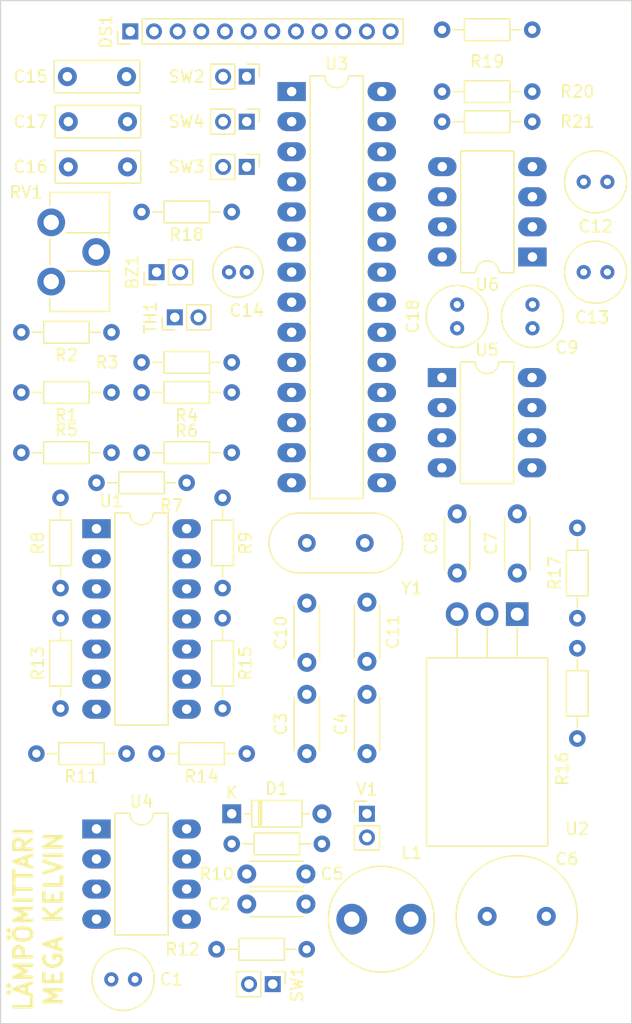
<source format=kicad_pcb>
(kicad_pcb (version 20211014) (generator pcbnew)
  (layers (0 "F.Cu" signal) (31 "B.Cu" signal) (34 "B.Paste" user) (35 "F.Paste" user) (36 "B.SilkS" user "B.Silkscreen") (37 "F.SilkS" user "F.Silkscreen") (38 "B.Mask" user) (39 "F.Mask" user) (44 "Edge.Cuts" user))
  (net 0 "")
  (net 1 "Net-(BZ1-Pad1)")
  (net 2 "GND")
  (net 3 "V_KÄYTTÖ")
  (net 4 "Net-(C2-Pad1)")
  (net 5 "Net-(C3-Pad1)")
  (net 6 "VAHVISTIN_LÄHTÖ")
  (net 7 "Net-(C4-Pad1)")
  (net 8 "Net-(C5-Pad1)")
  (net 9 "Net-(C5-Pad2)")
  (net 10 "VCC")
  (net 11 "Net-(C7-Pad1)")
  (net 12 "Net-(C8-Pad1)")
  (net 13 "XTAL_2")
  (net 14 "XTAL_1")
  (net 15 "Net-(C13-Pad2)")
  (net 16 "Net-(C14-Pad1)")
  (net 17 "SW_3")
  (net 18 "SW_2")
  (net 19 "SW_1")
  (net 20 "Net-(DS1-Pad3)")
  (net 21 "LCD_RS")
  (net 22 "LCD_CL")
  (net 23 "Net-(DS1-Pad12)")
  (net 27 "LCD_D4")
  (net 28 "LCD_D5")
  (net 29 "Net-(R1-Pad1)")
  (net 30 "Net-(R2-Pad1)")
  (net 31 "Net-(R3-Pad2)")
  (net 32 "Net-(R5-Pad1)")
  (net 33 "Net-(R5-Pad2)")
  (net 34 "Net-(R6-Pad1)")
  (net 35 "Net-(R6-Pad2)")
  (net 36 "Net-(R13-Pad1)")
  (net 37 "Net-(R11-Pad2)")
  (net 38 "Net-(R10-Pad2)")
  (net 39 "Net-(R13-Pad2)")
  (net 40 "BUZZER")
  (net 42 "SPI_SS")
  (net 43 "SPI_MOSI")
  (net 44 "SPI_MISO")
  (net 45 "SPI_SCK")
  (net 47 "LCD_AN")
  (net 50 "LCD_D6")
  (net 51 "LCD_D7")
  (net 52 "I2C_SDA")
  (net 53 "I2C_SCL")
  (footprint "Connector_PinHeader_2.00mm:PinHeader_1x02_P2.00mm_Vertical" (layer "F.Cu") (at 135.56 114.7 -90)
    (fp_text reference "SW1" (at 0 -2.06 90) (layer "F.SilkS"))
    (fp_text value "SW_SPST" hide)
    (pad "1" thru_hole rect (at 0 0 270) (size 1.35 1.35) (drill 0.8) (layers *.Cu *.Mask) (net 2 "GND"))
    (pad "2" thru_hole oval (at 0 2 270) (size 1.35 1.35) (drill 0.8) (layers *.Cu *.Mask) (net 38 "Net-(R10-Pad2)"))
  )
  (footprint "Capacitor_THT:C_Disc_D4.3mm_W1.9mm_P5.00mm" (layer "F.Cu") (at 151.145 80 90)
    (fp_text reference "C8" (at 2.5 -2.2 90) (layer "F.SilkS"))
    (fp_text value "10n" hide)
    (pad "1" thru_hole circle (at 0 0 90) (size 1.6 1.6) (drill 0.8) (layers *.Cu *.Mask) (net 12 "Net-(C8-Pad1)"))
    (pad "2" thru_hole circle (at 5 0 90) (size 1.6 1.6) (drill 0.8) (layers *.Cu *.Mask) (net 2 "GND"))
  )
  (footprint "Resistor_THT:R_Axial_DIN0204_L3.6mm_D1.6mm_P7.62mm_Horizontal" (layer "F.Cu") (at 161.305 93.97 90)
    (fp_text reference "R16" (at -2.55 -1.285 90) (layer "F.SilkS"))
    (fp_text value "5M" hide)
    (pad "1" thru_hole circle (at 0 0 90) (size 1.4 1.4) (drill 0.7) (layers *.Cu *.Mask) (net 3 "V_KÄYTTÖ"))
    (pad "2" thru_hole oval (at 7.62 0 90) (size 1.4 1.4) (drill 0.7) (layers *.Cu *.Mask) (net 11 "Net-(C7-Pad1)"))
  )
  (footprint "Package_TO_SOT_THT:TO-220-3_Horizontal_TabDown" (layer "F.Cu") (at 156.225 83.47 180)
    (fp_text reference "U2" (at -5.08 -18.13) (layer "F.SilkS"))
    (fp_text value "uA7805" hide)
    (pad "" np_thru_hole oval (at 2.54 -16.66 180) (size 3.5 3.5) (drill 3.5) (layers *.Cu *.Mask))
    (pad "1" thru_hole rect (at 0 0 180) (size 1.905 2) (drill 1.1) (layers *.Cu *.Mask) (net 11 "Net-(C7-Pad1)"))
    (pad "2" thru_hole oval (at 2.54 0 180) (size 1.905 2) (drill 1.1) (layers *.Cu *.Mask) (net 2 "GND"))
    (pad "3" thru_hole oval (at 5.08 0 180) (size 1.905 2) (drill 1.1) (layers *.Cu *.Mask) (net 12 "Net-(C8-Pad1)"))
  )
  (footprint "Resistor_THT:R_Axial_DIN0204_L3.6mm_D1.6mm_P7.62mm_Horizontal" (layer "F.Cu") (at 157.495 39.36 180)
    (fp_text reference "R20" (at -3.81 0) (layer "F.SilkS"))
    (fp_text value "4.7K" hide)
    (pad "1" thru_hole circle (at 0 0 180) (size 1.4 1.4) (drill 0.7) (layers *.Cu *.Mask) (net 10 "VCC"))
    (pad "2" thru_hole oval (at 7.62 0 180) (size 1.4 1.4) (drill 0.7) (layers *.Cu *.Mask) (net 53 "I2C_SCL"))
  )
  (footprint "Capacitor_THT:C_Rect_L7.0mm_W2.5mm_P5.00mm" (layer "F.Cu") (at 118.285 45.72)
    (fp_text reference "C16" (at -3.185 0) (layer "F.SilkS"))
    (fp_text value "22n" hide)
    (pad "1" thru_hole circle (at 0 0) (size 1.6 1.6) (drill 0.8) (layers *.Cu *.Mask) (net 2 "GND"))
    (pad "2" thru_hole circle (at 5 0) (size 1.6 1.6) (drill 0.8) (layers *.Cu *.Mask) (net 18 "SW_2"))
  )
  (footprint "Resistor_THT:R_Axial_DIN0204_L3.6mm_D1.6mm_P7.62mm_Horizontal" (layer "F.Cu") (at 157.495 41.9 180)
    (fp_text reference "R21" (at -3.81 0) (layer "F.SilkS"))
    (fp_text value "4.7K" hide)
    (pad "1" thru_hole circle (at 0 0 180) (size 1.4 1.4) (drill 0.7) (layers *.Cu *.Mask) (net 52 "I2C_SDA"))
    (pad "2" thru_hole oval (at 7.62 0 180) (size 1.4 1.4) (drill 0.7) (layers *.Cu *.Mask) (net 10 "VCC"))
  )
  (footprint "Resistor_THT:R_Axial_DIN0204_L3.6mm_D1.6mm_P7.62mm_Horizontal" (layer "F.Cu") (at 133.365 95.24 180)
    (fp_text reference "R14" (at 3.81 -1.92) (layer "F.SilkS"))
    (fp_text value "1M" hide)
    (pad "1" thru_hole circle (at 0 0 180) (size 1.4 1.4) (drill 0.7) (layers *.Cu *.Mask) (net 39 "Net-(R13-Pad2)"))
    (pad "2" thru_hole oval (at 7.62 0 180) (size 1.4 1.4) (drill 0.7) (layers *.Cu *.Mask) (net 5 "Net-(C3-Pad1)"))
  )
  (footprint "Resistor_THT:R_Axial_DIN0204_L3.6mm_D1.6mm_P7.62mm_Horizontal" (layer "F.Cu") (at 124.475 62.22)
    (fp_text reference "R3" (at -2.91 0) (layer "F.SilkS"))
    (fp_text value "1.2k" hide)
    (pad "1" thru_hole circle (at 0 0) (size 1.4 1.4) (drill 0.7) (layers *.Cu *.Mask) (net 2 "GND"))
    (pad "2" thru_hole oval (at 7.62 0) (size 1.4 1.4) (drill 0.7) (layers *.Cu *.Mask) (net 31 "Net-(R3-Pad2)"))
  )
  (footprint "Capacitor_THT:C_Disc_D4.3mm_W1.9mm_P5.00mm" (layer "F.Cu") (at 156.225 80 90)
    (fp_text reference "C7" (at 2.5 -2.2 90) (layer "F.SilkS"))
    (fp_text value "10n" hide)
    (pad "1" thru_hole circle (at 0 0 90) (size 1.6 1.6) (drill 0.8) (layers *.Cu *.Mask) (net 11 "Net-(C7-Pad1)"))
    (pad "2" thru_hole circle (at 5 0 90) (size 1.6 1.6) (drill 0.8) (layers *.Cu *.Mask) (net 2 "GND"))
  )
  (footprint "Resistor_THT:R_Axial_DIN0204_L3.6mm_D1.6mm_P7.62mm_Horizontal" (layer "F.Cu") (at 157.495 34.14 180)
    (fp_text reference "R19" (at 3.81 -2.68) (layer "F.SilkS"))
    (fp_text value "220" hide)
    (pad "1" thru_hole circle (at 0 0 180) (size 1.4 1.4) (drill 0.7) (layers *.Cu *.Mask) (net 2 "GND"))
    (pad "2" thru_hole oval (at 7.62 0 180) (size 1.4 1.4) (drill 0.7) (layers *.Cu *.Mask) (net 23 "Net-(DS1-Pad12)"))
  )
  (footprint "Capacitor_THT:C_Disc_D4.3mm_W1.9mm_P5.00mm" (layer "F.Cu") (at 138.445 87.54 90)
    (fp_text reference "C10" (at 2.5 -2.2 90) (layer "F.SilkS"))
    (fp_text value "22pF" hide)
    (pad "1" thru_hole circle (at 0 0 90) (size 1.6 1.6) (drill 0.8) (layers *.Cu *.Mask) (net 2 "GND"))
    (pad "2" thru_hole circle (at 5 0 90) (size 1.6 1.6) (drill 0.8) (layers *.Cu *.Mask) (net 13 "XTAL_2"))
  )
  (footprint "Capacitor_THT:C_Radial_D5.0mm_H7.0mm_P2.00mm" (layer "F.Cu") (at 121.92 114.3)
    (fp_text reference "C1" (at 5.08 0) (layer "F.SilkS"))
    (fp_text value "47u" hide)
    (pad "1" thru_hole circle (at 0 0) (size 1.2 1.2) (drill 0.6) (layers *.Cu *.Mask) (net 2 "GND"))
    (pad "2" thru_hole circle (at 2 0) (size 1.2 1.2) (drill 0.6) (layers *.Cu *.Mask) (net 3 "V_KÄYTTÖ"))
  )
  (footprint "Resistor_THT:R_Axial_DIN0204_L3.6mm_D1.6mm_P7.62mm_Horizontal" (layer "F.Cu") (at 131.325 83.81 -90)
    (fp_text reference "R15" (at 3.81 -1.92 90) (layer "F.SilkS"))
    (fp_text value "1M" hide)
    (pad "1" thru_hole circle (at 0 0 270) (size 1.4 1.4) (drill 0.7) (layers *.Cu *.Mask) (net 5 "Net-(C3-Pad1)"))
    (pad "2" thru_hole oval (at 7.62 0 270) (size 1.4 1.4) (drill 0.7) (layers *.Cu *.Mask) (net 7 "Net-(C4-Pad1)"))
  )
  (footprint "Resistor_THT:R_Axial_DIN0204_L3.6mm_D1.6mm_P7.62mm_Horizontal" (layer "F.Cu") (at 114.315 69.84)
    (fp_text reference "R5" (at 3.81 -1.92) (layer "F.SilkS"))
    (fp_text value "5.6k" hide)
    (pad "1" thru_hole circle (at 0 0) (size 1.4 1.4) (drill 0.7) (layers *.Cu *.Mask) (net 32 "Net-(R5-Pad1)"))
    (pad "2" thru_hole oval (at 7.62 0) (size 1.4 1.4) (drill 0.7) (layers *.Cu *.Mask) (net 33 "Net-(R5-Pad2)"))
  )
  (footprint "Connector_PinHeader_2.00mm:PinHeader_1x02_P2.00mm_Vertical" (layer "F.Cu") (at 133.365 41.9 -90)
    (fp_text reference "SW4" (at 0 5.08 180) (layer "F.SilkS"))
    (fp_text value "SW_Push" hide)
    (pad "1" thru_hole rect (at 0 0 270) (size 1.35 1.35) (drill 0.8) (layers *.Cu *.Mask) (net 19 "SW_1"))
    (pad "2" thru_hole oval (at 0 2 270) (size 1.35 1.35) (drill 0.8) (layers *.Cu *.Mask) (net 2 "GND"))
  )
  (footprint "Resistor_THT:R_Axial_DIN0204_L3.6mm_D1.6mm_P7.62mm_Horizontal" (layer "F.Cu") (at 131.325 73.65 -90)
    (fp_text reference "R9" (at 3.81 -1.92 90) (layer "F.SilkS"))
    (fp_text value "8.2k" hide)
    (pad "1" thru_hole circle (at 0 0 270) (size 1.4 1.4) (drill 0.7) (layers *.Cu *.Mask) (net 35 "Net-(R6-Pad2)"))
    (pad "2" thru_hole oval (at 7.62 0 270) (size 1.4 1.4) (drill 0.7) (layers *.Cu *.Mask) (net 37 "Net-(R11-Pad2)"))
  )
  (footprint "Connector_PinHeader_2.00mm:PinHeader_1x02_P2.00mm_Vertical" (layer "F.Cu") (at 133.365 38.1 -90)
    (fp_text reference "SW2" (at 0 5.08 180) (layer "F.SilkS"))
    (fp_text value "SW_Push" hide)
    (pad "1" thru_hole rect (at 0 0 270) (size 1.35 1.35) (drill 0.8) (layers *.Cu *.Mask) (net 17 "SW_3"))
    (pad "2" thru_hole oval (at 0 2 270) (size 1.35 1.35) (drill 0.8) (layers *.Cu *.Mask) (net 2 "GND"))
  )
  (footprint "Connector_PinHeader_2.00mm:PinHeader_1x02_P2.00mm_Vertical" (layer "F.Cu") (at 125.745 54.6 90)
    (fp_text reference "BZ1" (at 0 -2.06 90) (layer "F.SilkS"))
    (fp_text value "Buzzer" hide)
    (pad "1" thru_hole rect (at 0 0 90) (size 1.35 1.35) (drill 0.8) (layers *.Cu *.Mask) (net 1 "Net-(BZ1-Pad1)"))
    (pad "2" thru_hole oval (at 0 2 90) (size 1.35 1.35) (drill 0.8) (layers *.Cu *.Mask) (net 2 "GND"))
  )
  (footprint "Package_DIP:DIP-8_W7.62mm_LongPads" (layer "F.Cu") (at 120.665 101.6)
    (fp_text reference "U4" (at 3.81 -2.33) (layer "F.SilkS"))
    (fp_text value "MAX5033B" hide)
    (pad "1" thru_hole rect (at 0 0) (size 2.4 1.6) (drill 0.8) (layers *.Cu *.Mask) (net 9 "Net-(C5-Pad2)"))
    (pad "2" thru_hole oval (at 0 2.54) (size 2.4 1.6) (drill 0.8) (layers *.Cu *.Mask) (net 4 "Net-(C2-Pad1)"))
    (pad "3" thru_hole oval (at 0 5.08) (size 2.4 1.6) (drill 0.8) (layers *.Cu *.Mask) (net 2 "GND"))
    (pad "4" thru_hole oval (at 0 7.62) (size 2.4 1.6) (drill 0.8) (layers *.Cu *.Mask) (net 10 "VCC"))
    (pad "5" thru_hole oval (at 7.62 7.62) (size 2.4 1.6) (drill 0.8) (layers *.Cu *.Mask) (net 38 "Net-(R10-Pad2)"))
    (pad "6" thru_hole oval (at 7.62 5.08) (size 2.4 1.6) (drill 0.8) (layers *.Cu *.Mask) (net 2 "GND"))
    (pad "7" thru_hole oval (at 7.62 2.54) (size 2.4 1.6) (drill 0.8) (layers *.Cu *.Mask) (net 3 "V_KÄYTTÖ"))
    (pad "8" thru_hole oval (at 7.62 0) (size 2.4 1.6) (drill 0.8) (layers *.Cu *.Mask) (net 8 "Net-(C5-Pad1)"))
  )
  (footprint "Package_DIP:DIP-8_W7.62mm_LongPads" (layer "F.Cu") (at 157.51 53.32 180)
    (fp_text reference "U6" (at 3.81 -2.33) (layer "F.SilkS"))
    (fp_text value "47C16" hide)
    (pad "1" thru_hole rect (at 0 0 180) (size 2.4 1.6) (drill 0.8) (layers *.Cu *.Mask) (net 15 "Net-(C13-Pad2)"))
    (pad "2" thru_hole oval (at 0 2.54 180) (size 2.4 1.6) (drill 0.8) (layers *.Cu *.Mask))
    (pad "3" thru_hole oval (at 0 5.08 180) (size 2.4 1.6) (drill 0.8) (layers *.Cu *.Mask))
    (pad "4" thru_hole oval (at 0 7.62 180) (size 2.4 1.6) (drill 0.8) (layers *.Cu *.Mask) (net 2 "GND"))
    (pad "5" thru_hole oval (at 7.62 7.62 180) (size 2.4 1.6) (drill 0.8) (layers *.Cu *.Mask) (net 52 "I2C_SDA"))
    (pad "6" thru_hole oval (at 7.62 5.08 180) (size 2.4 1.6) (drill 0.8) (layers *.Cu *.Mask) (net 53 "I2C_SCL"))
    (pad "7" thru_hole oval (at 7.62 2.54 180) (size 2.4 1.6) (drill 0.8) (layers *.Cu *.Mask))
    (pad "8" thru_hole oval (at 7.62 0 180) (size 2.4 1.6) (drill 0.8) (layers *.Cu *.Mask) (net 10 "VCC"))
  )
  (footprint "Capacitor_THT:C_Disc_D4.3mm_W1.9mm_P5.00mm" (layer "F.Cu") (at 133.365 105.4)
    (fp_text reference "C5" (at 7.22 0) (layer "F.SilkS"))
    (fp_text value "100n" hide)
    (pad "1" thru_hole circle (at 0 0) (size 1.6 1.6) (drill 0.8) (layers *.Cu *.Mask) (net 8 "Net-(C5-Pad1)"))
    (pad "2" thru_hole circle (at 5 0) (size 1.6 1.6) (drill 0.8) (layers *.Cu *.Mask) (net 9 "Net-(C5-Pad2)"))
  )
  (footprint "Connector_PinHeader_2.00mm:PinHeader_1x02_P2.00mm_Vertical" (layer "F.Cu") (at 143.525 100.32)
    (fp_text reference "V1" (at 0 -2.06) (layer "F.SilkS"))
    (fp_text value "12V" hide)
    (pad "1" thru_hole rect (at 0 0) (size 1.35 1.35) (drill 0.8) (layers *.Cu *.Mask) (net 3 "V_KÄYTTÖ"))
    (pad "2" thru_hole oval (at 0 2) (size 1.35 1.35) (drill 0.8) (layers *.Cu *.Mask) (net 2 "GND"))
  )
  (footprint "Capacitor_THT:C_Radial_D10.0mm_H16.0mm_P5.00mm" (layer "F.Cu") (at 153.685 108.98)
    (fp_text reference "C6" (at 6.735 -4.84) (layer "F.SilkS"))
    (fp_text value "1m" hide)
    (pad "1" thru_hole circle (at 0 0) (size 1.6 1.6) (drill 0.8) (layers *.Cu *.Mask) (net 10 "VCC"))
    (pad "2" thru_hole circle (at 5 0) (size 1.6 1.6) (drill 0.8) (layers *.Cu *.Mask) (net 2 "GND"))
  )
  (footprint "Resistor_THT:R_Axial_DIN0204_L3.6mm_D1.6mm_P7.62mm_Horizontal" (layer "F.Cu") (at 128.285 72.38 180)
    (fp_text reference "R7" (at 1.285 -1.92) (layer "F.SilkS"))
    (fp_text value "680" hide)
    (pad "1" thru_hole circle (at 0 0 180) (size 1.4 1.4) (drill 0.7) (layers *.Cu *.Mask) (net 35 "Net-(R6-Pad2)"))
    (pad "2" thru_hole oval (at 7.62 0 180) (size 1.4 1.4) (drill 0.7) (layers *.Cu *.Mask) (net 33 "Net-(R5-Pad2)"))
  )
  (footprint "Resistor_THT:R_Axial_DIN0204_L3.6mm_D1.6mm_P7.62mm_Horizontal" (layer "F.Cu") (at 121.935 59.68 180)
    (fp_text reference "R2" (at 3.81 -1.92) (layer "F.SilkS"))
    (fp_text value "3.3k" hide)
    (pad "1" thru_hole circle (at 0 0 180) (size 1.4 1.4) (drill 0.7) (layers *.Cu *.Mask) (net 30 "Net-(R2-Pad1)"))
    (pad "2" thru_hole oval (at 7.62 0 180) (size 1.4 1.4) (drill 0.7) (layers *.Cu *.Mask) (net 10 "VCC"))
  )
  (footprint "Inductor_THT:L_Radial_D8.7mm_P5.00mm_Fastron_07HCP" (layer "F.Cu") (at 142.24 109.22)
    (fp_text reference "L1" (at 5.08 -5.6) (layer "F.SilkS"))
    (fp_text value "220u" hide)
    (pad "1" thru_hole circle (at 0 0) (size 2.6 2.6) (drill 1.3) (layers *.Cu *.Mask) (net 8 "Net-(C5-Pad1)"))
    (pad "2" thru_hole circle (at 5 0) (size 2.6 2.6) (drill 1.3) (layers *.Cu *.Mask) (net 10 "VCC"))
  )
  (footprint "Capacitor_THT:C_Disc_D4.3mm_W1.9mm_P5.00mm" (layer "F.Cu") (at 143.525 82.46 -90)
    (fp_text reference "C11" (at 2.5 -2.2 90) (layer "F.SilkS"))
    (fp_text value "22pF" hide)
    (pad "1" thru_hole circle (at 0 0 270) (size 1.6 1.6) (drill 0.8) (layers *.Cu *.Mask) (net 14 "XTAL_1"))
    (pad "2" thru_hole circle (at 5 0 270) (size 1.6 1.6) (drill 0.8) (layers *.Cu *.Mask) (net 2 "GND"))
  )
  (footprint "Capacitor_THT:C_Radial_D5.0mm_H7.0mm_P2.00mm" (layer "F.Cu") (at 163.845 46.98 180)
    (fp_text reference "C12" (at 1 -3.75) (layer "F.SilkS"))
    (fp_text value "22u" hide)
    (pad "1" thru_hole circle (at 0 0 180) (size 1.2 1.2) (drill 0.6) (layers *.Cu *.Mask) (net 10 "VCC"))
    (pad "2" thru_hole circle (at 2 0 180) (size 1.2 1.2) (drill 0.6) (layers *.Cu *.Mask) (net 2 "GND"))
  )
  (footprint "Resistor_THT:R_Axial_DIN0204_L3.6mm_D1.6mm_P7.62mm_Horizontal" (layer "F.Cu") (at 130.81 111.76)
    (fp_text reference "R12" (at -2.87 0) (layer "F.SilkS"))
    (fp_text value "1k" hide)
    (pad "1" thru_hole circle (at 0 0) (size 1.4 1.4) (drill 0.7) (layers *.Cu *.Mask) (net 38 "Net-(R10-Pad2)"))
    (pad "2" thru_hole oval (at 7.62 0) (size 1.4 1.4) (drill 0.7) (layers *.Cu *.Mask) (net 2 "GND"))
  )
  (footprint "Resistor_THT:R_Axial_DIN0204_L3.6mm_D1.6mm_P7.62mm_Horizontal" (layer "F.Cu") (at 132.095 102.86)
    (fp_text reference "R10" (at -1.27 2.54) (layer "F.SilkS"))
    (fp_text value "1k" hide)
    (pad "1" thru_hole circle (at 0 0) (size 1.4 1.4) (drill 0.7) (layers *.Cu *.Mask) (net 3 "V_KÄYTTÖ"))
    (pad "2" thru_hole oval (at 7.62 0) (size 1.4 1.4) (drill 0.7) (layers *.Cu *.Mask) (net 38 "Net-(R10-Pad2)"))
  )
  (footprint "Connector_PinHeader_2.00mm:PinHeader_1x02_P2.00mm_Vertical" (layer "F.Cu") (at 133.365 45.72 -90)
    (fp_text reference "SW3" (at 0 5.08 180) (layer "F.SilkS"))
    (fp_text value "SW_Push" hide)
    (pad "1" thru_hole rect (at 0 0 270) (size 1.35 1.35) (drill 0.8) (layers *.Cu *.Mask) (net 18 "SW_2"))
    (pad "2" thru_hole oval (at 0 2 270) (size 1.35 1.35) (drill 0.8) (layers *.Cu *.Mask) (net 2 "GND"))
  )
  (footprint "Capacitor_THT:C_Radial_D5.0mm_H7.0mm_P2.00mm" (layer "F.Cu") (at 151.145 57.34 -90)
    (fp_text reference "C18" (at 1 3.74 90) (layer "F.SilkS"))
    (fp_text value "22u" hide)
    (pad "1" thru_hole circle (at 0 0 270) (size 1.2 1.2) (drill 0.6) (layers *.Cu *.Mask) (net 2 "GND"))
    (pad "2" thru_hole circle (at 2 0 270) (size 1.2 1.2) (drill 0.6) (layers *.Cu *.Mask) (net 10 "VCC"))
  )
  (footprint "Resistor_THT:R_Axial_DIN0204_L3.6mm_D1.6mm_P7.62mm_Horizontal" (layer "F.Cu") (at 124.475 64.76)
    (fp_text reference "R4" (at 3.81 1.94) (layer "F.SilkS"))
    (fp_text value "150k" hide)
    (pad "1" thru_hole circle (at 0 0) (size 1.4 1.4) (drill 0.7) (layers *.Cu *.Mask) (net 29 "Net-(R1-Pad1)"))
    (pad "2" thru_hole oval (at 7.62 0) (size 1.4 1.4) (drill 0.7) (layers *.Cu *.Mask) (net 2 "GND"))
  )
  (footprint "Crystal:Crystal_HC18-U_Vertical" (layer "F.Cu") (at 138.445 77.46)
    (fp_text reference "Y1" (at 8.875 3.82) (layer "F.SilkS"))
    (fp_text value "16MHz" hide)
    (pad "1" thru_hole circle (at 0 0) (size 1.5 1.5) (drill 0.8) (layers *.Cu *.Mask) (net 13 "XTAL_2"))
    (pad "2" thru_hole circle (at 4.9 0) (size 1.5 1.5) (drill 0.8) (layers *.Cu *.Mask) (net 14 "XTAL_1"))
  )
  (footprint "Connector_PinHeader_2.00mm:PinHeader_1x02_P2.00mm_Vertical" (layer "F.Cu") (at 127.285 58.42 90)
    (fp_text reference "TH1" (at 0 -2.06 90) (layer "F.SilkS"))
    (fp_text value "PT100" hide)
    (pad "1" thru_hole rect (at 0 0 90) (size 1.35 1.35) (drill 0.8) (layers *.Cu *.Mask) (net 30 "Net-(R2-Pad1)"))
    (pad "2" thru_hole oval (at 0 2 90) (size 1.35 1.35) (drill 0.8) (layers *.Cu *.Mask) (net 31 "Net-(R3-Pad2)"))
  )
  (footprint "Resistor_THT:R_Axial_DIN0204_L3.6mm_D1.6mm_P7.62mm_Horizontal" (layer "F.Cu") (at 132.095 69.84 180)
    (fp_text reference "R6" (at 3.81 1.84) (layer "F.SilkS"))
    (fp_text value "5.6k" hide)
    (pad "1" thru_hole circle (at 0 0 180) (size 1.4 1.4) (drill 0.7) (layers *.Cu *.Mask) (net 34 "Net-(R6-Pad1)"))
    (pad "2" thru_hole oval (at 7.62 0 180) (size 1.4 1.4) (drill 0.7) (layers *.Cu *.Mask) (net 35 "Net-(R6-Pad2)"))
  )
  (footprint "Resistor_THT:R_Axial_DIN0204_L3.6mm_D1.6mm_P7.62mm_Horizontal" (layer "F.Cu") (at 123.205 95.24 180)
    (fp_text reference "R11" (at 3.81 -1.92) (layer "F.SilkS"))
    (fp_text value "33k" hide)
    (pad "1" thru_hole circle (at 0 0 180) (size 1.4 1.4) (drill 0.7) (layers *.Cu *.Mask) (net 2 "GND"))
    (pad "2" thru_hole oval (at 7.62 0 180) (size 1.4 1.4) (drill 0.7) (layers *.Cu *.Mask) (net 37 "Net-(R11-Pad2)"))
  )
  (footprint "Resistor_THT:R_Axial_DIN0204_L3.6mm_D1.6mm_P7.62mm_Horizontal" (layer "F.Cu") (at 117.625 81.27 90)
    (fp_text reference "R8" (at 3.81 -1.92 90) (layer "F.SilkS"))
    (fp_text value "8.2k" hide)
    (pad "1" thru_hole circle (at 0 0 90) (size 1.4 1.4) (drill 0.7) (layers *.Cu *.Mask) (net 36 "Net-(R13-Pad1)"))
    (pad "2" thru_hole oval (at 7.62 0 90) (size 1.4 1.4) (drill 0.7) (layers *.Cu *.Mask) (net 33 "Net-(R5-Pad2)"))
  )
  (footprint "Capacitor_THT:C_Radial_D5.0mm_H7.0mm_P2.00mm" (layer "F.Cu") (at 157.515 57.34 -90)
    (fp_text reference "C9" (at 3.62 -2.905) (layer "F.SilkS"))
    (fp_text value "22u" hide)
    (pad "1" thru_hole circle (at 0 0 270) (size 1.2 1.2) (drill 0.6) (layers *.Cu *.Mask) (net 10 "VCC"))
    (pad "2" thru_hole circle (at 2 0 270) (size 1.2 1.2) (drill 0.6) (layers *.Cu *.Mask) (net 2 "GND"))
  )
  (footprint "Package_DIP:DIP-8_W7.62mm_LongPads" (layer "F.Cu") (at 149.86 63.5)
    (fp_text reference "U5" (at 3.81 -2.33) (layer "F.SilkS"))
    (fp_text value "MCP3202" hide)
    (pad "1" thru_hole rect (at 0 0) (size 2.4 1.6) (drill 0.8) (layers *.Cu *.Mask) (net 42 "SPI_SS"))
    (pad "2" thru_hole oval (at 0 2.54) (size 2.4 1.6) (drill 0.8) (layers *.Cu *.Mask) (net 6 "VAHVISTIN_LÄHTÖ"))
    (pad "3" thru_hole oval (at 0 5.08) (size 2.4 1.6) (drill 0.8) (layers *.Cu *.Mask) (net 12 "Net-(C8-Pad1)"))
    (pad "4" thru_hole oval (at 0 7.62) (size 2.4 1.6) (drill 0.8) (layers *.Cu *.Mask) (net 2 "GND"))
    (pad "5" thru_hole oval (at 7.62 7.62) (size 2.4 1.6) (drill 0.8) (layers *.Cu *.Mask) (net 43 "SPI_MOSI"))
    (pad "6" thru_hole oval (at 7.62 5.08) (size 2.4 1.6) (drill 0.8) (layers *.Cu *.Mask) (net 44 "SPI_MISO"))
    (pad "7" thru_hole oval (at 7.62 2.54) (size 2.4 1.6) (drill 0.8) (layers *.Cu *.Mask) (net 45 "SPI_SCK"))
    (pad "8" thru_hole oval (at 7.62 0) (size 2.4 1.6) (drill 0.8) (layers *.Cu *.Mask) (net 10 "VCC"))
  )
  (footprint "Resistor_THT:R_Axial_DIN0204_L3.6mm_D1.6mm_P7.62mm_Horizontal" (layer "F.Cu") (at 121.935 64.76 180)
    (fp_text reference "R1" (at 3.81 -1.92) (layer "F.SilkS"))
    (fp_text value "390k" hide)
    (pad "1" thru_hole circle (at 0 0 180) (size 1.4 1.4) (drill 0.7) (layers *.Cu *.Mask) (net 29 "Net-(R1-Pad1)"))
    (pad "2" thru_hole oval (at 7.62 0 180) (size 1.4 1.4) (drill 0.7) (layers *.Cu *.Mask) (net 10 "VCC"))
  )
  (footprint "Package_DIP:DIP-28_W7.62mm_LongPads" (layer "F.Cu") (at 137.16 39.36)
    (fp_text reference "U3" (at 3.81 -2.33) (layer "F.SilkS"))
    (fp_text value "ATmega328P" hide)
    (pad "1" thru_hole rect (at 0 0) (size 2.4 1.6) (drill 0.8) (layers *.Cu *.Mask) (net 17 "SW_3"))
    (pad "2" thru_hole oval (at 0 2.54) (size 2.4 1.6) (drill 0.8) (layers *.Cu *.Mask) (net 19 "SW_1"))
    (pad "3" thru_hole oval (at 0 5.08) (size 2.4 1.6) (drill 0.8) (layers *.Cu *.Mask) (net 18 "SW_2"))
    (pad "4" thru_hole oval (at 0 7.62) (size 2.4 1.6) (drill 0.8) (layers *.Cu *.Mask))
    (pad "5" thru_hole oval (at 0 10.16) (size 2.4 1.6) (drill 0.8) (layers *.Cu *.Mask) (net 40 "BUZZER"))
    (pad "6" thru_hole oval (at 0 12.7) (size 2.4 1.6) (drill 0.8) (layers *.Cu *.Mask) (net 47 "LCD_AN"))
    (pad "7" thru_hole oval (at 0 15.24) (size 2.4 1.6) (drill 0.8) (layers *.Cu *.Mask) (net 10 "VCC"))
    (pad "8" thru_hole oval (at 0 17.78) (size 2.4 1.6) (drill 0.8) (layers *.Cu *.Mask) (net 2 "GND"))
    (pad "9" thru_hole oval (at 0 20.32) (size 2.4 1.6) (drill 0.8) (layers *.Cu *.Mask) (net 14 "XTAL_1"))
    (pad "10" thru_hole oval (at 0 22.86) (size 2.4 1.6) (drill 0.8) (layers *.Cu *.Mask) (net 13 "XTAL_2"))
    (pad "11" thru_hole oval (at 0 25.4) (size 2.4 1.6) (drill 0.8) (layers *.Cu *.Mask))
    (pad "12" thru_hole oval (at 0 27.94) (size 2.4 1.6) (drill 0.8) (layers *.Cu *.Mask))
    (pad "13" thru_hole oval (at 0 30.48) (size 2.4 1.6) (drill 0.8) (layers *.Cu *.Mask) (net 21 "LCD_RS"))
    (pad "14" thru_hole oval (at 0 33.02) (size 2.4 1.6) (drill 0.8) (layers *.Cu *.Mask) (net 22 "LCD_CL"))
    (pad "15" thru_hole oval (at 7.62 33.02) (size 2.4 1.6) (drill 0.8) (layers *.Cu *.Mask))
    (pad "16" thru_hole oval (at 7.62 30.48) (size 2.4 1.6) (drill 0.8) (layers *.Cu *.Mask) (net 42 "SPI_SS"))
    (pad "17" thru_hole oval (at 7.62 27.94) (size 2.4 1.6) (drill 0.8) (layers *.Cu *.Mask) (net 43 "SPI_MOSI"))
    (pad "18" thru_hole oval (at 7.62 25.4) (size 2.4 1.6) (drill 0.8) (layers *.Cu *.Mask) (net 44 "SPI_MISO"))
    (pad "19" thru_hole oval (at 7.62 22.86) (size 2.4 1.6) (drill 0.8) (layers *.Cu *.Mask) (net 45 "SPI_SCK"))
    (pad "20" thru_hole oval (at 7.62 20.32) (size 2.4 1.6) (drill 0.8) (layers *.Cu *.Mask) (net 10 "VCC"))
    (pad "21" thru_hole oval (at 7.62 17.78) (size 2.4 1.6) (drill 0.8) (layers *.Cu *.Mask) (net 2 "GND"))
    (pad "22" thru_hole oval (at 7.62 15.24) (size 2.4 1.6) (drill 0.8) (layers *.Cu *.Mask) (net 2 "GND"))
    (pad "23" thru_hole oval (at 7.62 12.7) (size 2.4 1.6) (drill 0.8) (layers *.Cu *.Mask) (net 27 "LCD_D4"))
    (pad "24" thru_hole oval (at 7.62 10.16) (size 2.4 1.6) (drill 0.8) (layers *.Cu *.Mask) (net 28 "LCD_D5"))
    (pad "25" thru_hole oval (at 7.62 7.62) (size 2.4 1.6) (drill 0.8) (layers *.Cu *.Mask) (net 50 "LCD_D6"))
    (pad "26" thru_hole oval (at 7.62 5.08) (size 2.4 1.6) (drill 0.8) (layers *.Cu *.Mask) (net 51 "LCD_D7"))
    (pad "27" thru_hole oval (at 7.62 2.54) (size 2.4 1.6) (drill 0.8) (layers *.Cu *.Mask) (net 52 "I2C_SDA"))
    (pad "28" thru_hole oval (at 7.62 0) (size 2.4 1.6) (drill 0.8) (layers *.Cu *.Mask) (net 53 "I2C_SCL"))
  )
  (footprint "Capacitor_THT:C_Radial_D4.0mm_H5.0mm_P1.50mm" (layer "F.Cu") (at 133.365 54.6 180)
    (fp_text reference "C14" (at 0 -3.25) (layer "F.SilkS"))
    (fp_text value "1u" hide)
    (pad "1" thru_hole circle (at 0 0 180) (size 1.2 1.2) (drill 0.6) (layers *.Cu *.Mask) (net 16 "Net-(C14-Pad1)"))
    (pad "2" thru_hole circle (at 1.5 0 180) (size 1.2 1.2) (drill 0.6) (layers *.Cu *.Mask) (net 1 "Net-(BZ1-Pad1)"))
  )
  (footprint "Capacitor_THT:C_Radial_D5.0mm_H7.0mm_P2.00mm" (layer "F.Cu") (at 163.845 54.6 180)
    (fp_text reference "C13" (at 1.285 -3.82) (layer "F.SilkS"))
    (fp_text value "22u" hide)
    (pad "1" thru_hole circle (at 0 0 180) (size 1.2 1.2) (drill 0.6) (layers *.Cu *.Mask) (net 2 "GND"))
    (pad "2" thru_hole circle (at 2 0 180) (size 1.2 1.2) (drill 0.6) (layers *.Cu *.Mask) (net 15 "Net-(C13-Pad2)"))
  )
  (footprint "Capacitor_THT:C_Rect_L7.0mm_W2.5mm_P5.00mm" (layer "F.Cu") (at 118.285 41.9)
    (fp_text reference "C17" (at -3.185 0) (layer "F.SilkS"))
    (fp_text value "22n" hide)
    (pad "1" thru_hole circle (at 0 0) (size 1.6 1.6) (drill 0.8) (layers *.Cu *.Mask) (net 2 "GND"))
    (pad "2" thru_hole circle (at 5 0) (size 1.6 1.6) (drill 0.8) (layers *.Cu *.Mask) (net 19 "SW_1"))
  )
  (footprint "Potentiometer_THT:Potentiometer_ACP_CA9-H3,8_Horizontal" (layer "F.Cu") (at 116.84 50.4)
    (fp_text reference "RV1" (at -2.14 -2.54) (layer "F.SilkS"))
    (fp_text value "10k" hide)
    (pad "1" thru_hole circle (at 0 0) (size 2.34 2.34) (drill 1.3) (layers *.Cu *.Mask) (net 2 "GND"))
    (pad "2" thru_hole circle (at 3.8 2.5) (size 2.34 2.34) (drill 1.3) (layers *.Cu *.Mask) (net 20 "Net-(DS1-Pad3)"))
    (pad "3" thru_hole circle (at 0 5) (size 2.34 2.34) (drill 1.3) (layers *.Cu *.Mask) (net 10 "VCC"))
  )
  (footprint "Package_DIP:DIP-14_W7.62mm_LongPads" (layer "F.Cu") (at 120.665 76.26)
    (fp_text reference "U1" (at 1.255 -2.33) (layer "F.SilkS"))
    (fp_text value "LM324" hide)
    (pad "1" thru_hole rect (at 0 0) (size 2.4 1.6) (drill 0.8) (layers *.Cu *.Mask) (net 33 "Net-(R5-Pad2)"))
    (pad "2" thru_hole oval (at 0 2.54) (size 2.4 1.6) (drill 0.8) (layers *.Cu *.Mask) (net 32 "Net-(R5-Pad1)"))
    (pad "3" thru_hole oval (at 0 5.08) (size 2.4 1.6) (drill 0.8) (layers *.Cu *.Mask) (net 29 "Net-(R1-Pad1)"))
    (pad "4" thru_hole oval (at 0 7.62) (size 2.4 1.6) (drill 0.8) (layers *.Cu *.Mask))
    (pad "5" thru_hole oval (at 0 10.16) (size 2.4 1.6) (drill 0.8) (layers *.Cu *.Mask) (net 37 "Net-(R11-Pad2)"))
    (pad "6" thru_hole oval (at 0 12.7) (size 2.4 1.6) (drill 0.8) (layers *.Cu *.Mask) (net 36 "Net-(R13-Pad1)"))
    (pad "7" thru_hole oval (at 0 15.24) (size 2.4 1.6) (drill 0.8) (layers *.Cu *.Mask) (net 39 "Net-(R13-Pad2)"))
    (pad "8" thru_hole oval (at 7.62 15.24) (size 2.4 1.6) (drill 0.8) (layers *.Cu *.Mask) (net 6 "VAHVISTIN_LÄHTÖ"))
    (pad "9" thru_hole oval (at 7.62 12.7) (size 2.4 1.6) (drill 0.8) (layers *.Cu *.Mask) (net 6 "VAHVISTIN_LÄHTÖ"))
    (pad "10" thru_hole oval (at 7.62 10.16) (size 2.4 1.6) (drill 0.8) (layers *.Cu *.Mask) (net 7 "Net-(C4-Pad1)"))
    (pad "11" thru_hole oval (at 7.62 7.62) (size 2.4 1.6) (drill 0.8) (layers *.Cu *.Mask))
    (pad "12" thru_hole oval (at 7.62 5.08) (size 2.4 1.6) (drill 0.8) (layers *.Cu *.Mask) (net 30 "Net-(R2-Pad1)"))
    (pad "13" thru_hole oval (at 7.62 2.54) (size 2.4 1.6) (drill 0.8) (layers *.Cu *.Mask) (net 34 "Net-(R6-Pad1)"))
    (pad "14" thru_hole oval (at 7.62 0) (size 2.4 1.6) (drill 0.8) (layers *.Cu *.Mask) (net 35 "Net-(R6-Pad2)"))
  )
  (footprint "Resistor_THT:R_Axial_DIN0204_L3.6mm_D1.6mm_P7.62mm_Horizontal" (layer "F.Cu") (at 117.625 91.43 90)
    (fp_text reference "R13" (at 3.81 -1.92 90) (layer "F.SilkS"))
    (fp_text value "33k")
    (pad "1" thru_hole circle (at 0 0 90) (size 1.4 1.4) (drill 0.7) (layers *.Cu *.Mask) (net 36 "Net-(R13-Pad1)"))
    (pad "2" thru_hole oval (at 7.62 0 90) (size 1.4 1.4) (drill 0.7) (layers *.Cu *.Mask) (net 39 "Net-(R13-Pad2)"))
  )
  (footprint "Connector_PinHeader_2.00mm:PinHeader_1x12_P2.00mm_Vertical" (layer "F.Cu") (at 123.525 34.28 90)
    (fp_text reference "DS1" (at 0 -2.06 90) (layer "F.SilkS"))
    (fp_text value "MC21605H6W" hide)
    (pad "1" thru_hole rect (at 0 0 90) (size 1.35 1.35) (drill 0.8) (layers *.Cu *.Mask) (net 2 "GND"))
    (pad "2" thru_hole oval (at 0 2 90) (size 1.35 1.35) (drill 0.8) (layers *.Cu *.Mask) (net 10 "VCC"))
    (pad "3" thru_hole oval (at 0 4 90) (size 1.35 1.35) (drill 0.8) (layers *.Cu *.Mask) (net 20 "Net-(DS1-Pad3)"))
    (pad "4" thru_hole oval (at 0 6 90) (size 1.35 1.35) (drill 0.8) (layers *.Cu *.Mask) (net 21 "LCD_RS"))
    (pad "5" thru_hole oval (at 0 8 90) (size 1.35 1.35) (drill 0.8) (layers *.Cu *.Mask) (net 2 "GND"))
    (pad "6" thru_hole oval (at 0 10 90) (size 1.35 1.35) (drill 0.8) (layers *.Cu *.Mask) (net 22 "LCD_CL"))
    (pad "7" thru_hole oval (at 0 12 90) (size 1.35 1.35) (drill 0.8) (layers *.Cu *.Mask) (net 27 "LCD_D4"))
    (pad "8" thru_hole oval (at 0 14 90) (size 1.35 1.35) (drill 0.8) (layers *.Cu *.Mask) (net 28 "LCD_D5"))
    (pad "9" thru_hole oval (at 0 16 90) (size 1.35 1.35) (drill 0.8) (layers *.Cu *.Mask) (net 50 "LCD_D6"))
    (pad "10" thru_hole oval (at 0 18 90) (size 1.35 1.35) (drill 0.8) (layers *.Cu *.Mask) (net 51 "LCD_D7"))
    (pad "11" thru_hole oval (at 0 20 90) (size 1.35 1.35) (drill 0.8) (layers *.Cu *.Mask) (net 47 "LCD_AN"))
    (pad "12" thru_hole oval (at 0 22 90) (size 1.35 1.35) (drill 0.8) (layers *.Cu *.Mask) (net 23 "Net-(DS1-Pad12)"))
  )
  (footprint "Capacitor_THT:C_Rect_L7.0mm_W2.5mm_P5.00mm" (layer "F.Cu") (at 118.205 38.1)
    (fp_text reference "C15" (at -3.105 0) (layer "F.SilkS"))
    (fp_text value "22n" hide)
    (pad "1" thru_hole circle (at 0 0) (size 1.6 1.6) (drill 0.8) (layers *.Cu *.Mask) (net 2 "GND"))
    (pad "2" thru_hole circle (at 5 0) (size 1.6 1.6) (drill 0.8) (layers *.Cu *.Mask) (net 17 "SW_3"))
  )
  (footprint "Capacitor_THT:C_Disc_D4.3mm_W1.9mm_P5.00mm" (layer "F.Cu") (at 143.525 95.24 90)
    (fp_text reference "C4" (at 2.5 -2.2 90) (layer "F.SilkS"))
    (fp_text value "10n" hide)
    (pad "1" thru_hole circle (at 0 0 90) (size 1.6 1.6) (drill 0.8) (layers *.Cu *.Mask) (net 7 "Net-(C4-Pad1)"))
    (pad "2" thru_hole circle (at 5 0 90) (size 1.6 1.6) (drill 0.8) (layers *.Cu *.Mask) (net 2 "GND"))
  )
  (footprint "Capacitor_THT:C_Disc_D4.3mm_W1.9mm_P5.00mm" (layer "F.Cu") (at 133.365 107.94)
    (fp_text reference "C2" (at -2.325 0) (layer "F.SilkS"))
    (fp_text value "100n" hide)
    (pad "1" thru_hole circle (at 0 0) (size 1.6 1.6) (drill 0.8) (layers *.Cu *.Mask) (net 4 "Net-(C2-Pad1)"))
    (pad "2" thru_hole circle (at 5 0) (size 1.6 1.6) (drill 0.8) (layers *.Cu *.Mask) (net 2 "GND"))
  )
  (footprint "Diode_THT:D_DO-35_SOD27_P7.62mm_Horizontal" (layer "F.Cu") (at 132.095 100.32)
    (fp_text reference "D1" (at 3.81 -2.12) (layer "F.SilkS"))
    (fp_text value "1N4148" hide)
    (fp_text user "K" (at 0 -1.8) (layer "F.SilkS"))
    (pad "1" thru_hole rect (at 0 0) (size 1.6 1.6) (drill 0.8) (layers *.Cu *.Mask) (net 8 "Net-(C5-Pad1)"))
    (pad "2" thru_hole oval (at 7.62 0) (size 1.6 1.6) (drill 0.8) (layers *.Cu *.Mask) (net 2 "GND"))
  )
  (footprint "Resistor_THT:R_Axial_DIN0204_L3.6mm_D1.6mm_P7.62mm_Horizontal" (layer "F.Cu") (at 161.305 83.81 90)
    (fp_text reference "R17" (at 3.81 -1.92 90) (layer "F.SilkS"))
    (fp_text value "1M" hide)
    (pad "1" thru_hole circle (at 0 0 90) (size 1.4 1.4) (drill 0.7) (layers *.Cu *.Mask) (net 11 "Net-(C7-Pad1)"))
    (pad "2" thru_hole oval (at 7.62 0 90) (size 1.4 1.4) (drill 0.7) (layers *.Cu *.Mask) (net 2 "GND"))
  )
  (footprint "Resistor_THT:R_Axial_DIN0204_L3.6mm_D1.6mm_P7.62mm_Horizontal" (layer "F.Cu") (at 132.095 49.52 180)
    (fp_text reference "R18" (at 3.81 -1.92) (layer "F.SilkS"))
    (fp_text value "100")
    (pad "1" thru_hole circle (at 0 0 180) (size 1.4 1.4) (drill 0.7) (layers *.Cu *.Mask) (net 40 "BUZZER"))
    (pad "2" thru_hole oval (at 7.62 0 180) (size 1.4 1.4) (drill 0.7) (layers *.Cu *.Mask) (net 16 "Net-(C14-Pad1)"))
  )
  (footprint "Capacitor_THT:C_Disc_D4.3mm_W1.9mm_P5.00mm" (layer "F.Cu") (at 138.445 95.24 90)
    (fp_text reference "C3" (at 2.5 -2.2 90) (layer "F.SilkS"))
    (fp_text value "20n" hide)
    (pad "1" thru_hole circle (at 0 0 90) (size 1.6 1.6) (drill 0.8) (layers *.Cu *.Mask) (net 5 "Net-(C3-Pad1)"))
    (pad "2" thru_hole circle (at 5 0 90) (size 1.6 1.6) (drill 0.8) (layers *.Cu *.Mask) (net 6 "VAHVISTIN_LÄHTÖ"))
  )
  (gr_rect (start 165.9 118.04) (end 112.56 31.68) (layer "Edge.Cuts") (width 0.1) (fill none))
  (gr_text "LÄMPÖMITTARI" (at 114.5 109.22 90) (layer "F.SilkS") (effects (font (size 1.5 1.5) (thickness 0.3))))
  (gr_text "MEGA KELVIN" (at 117.04 109.22 90) (layer "F.SilkS") (effects (font (size 1.5 1.5) (thickness 0.3))))
)
</source>
